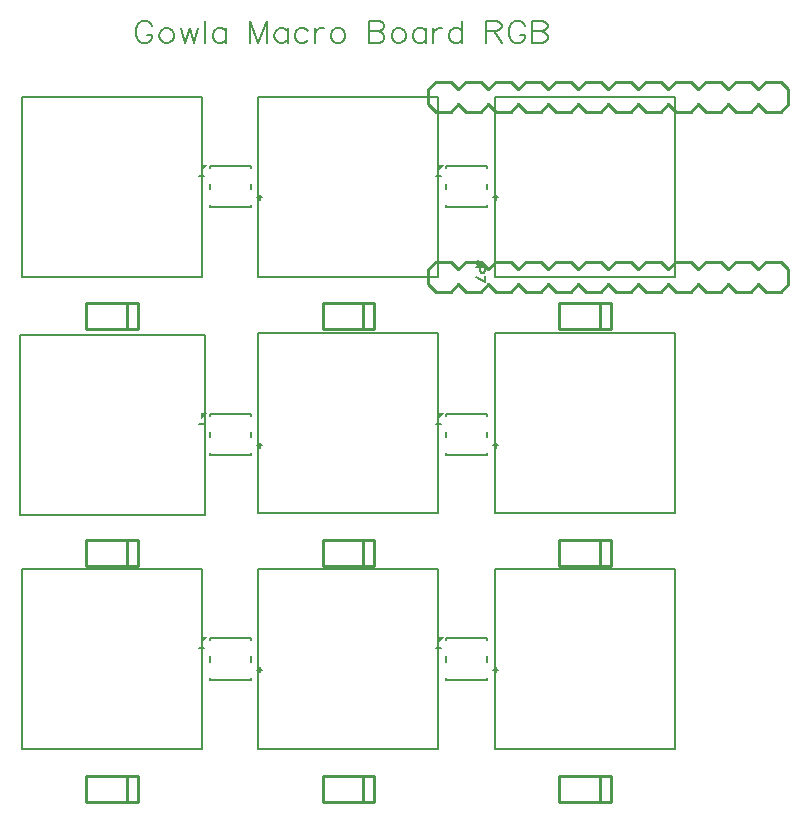
<source format=gto>
G04 Layer: TopSilkLayer*
G04 EasyEDA v6.3.53, 2020-07-05T02:03:50+01:00*
G04 82ae3a4b42a8425995a6aefca007ea94,831979d3ac2e4a1db92824a7b243be6d,10*
G04 Gerber Generator version 0.2*
G04 Scale: 100 percent, Rotated: No, Reflected: No *
G04 Dimensions in millimeters *
G04 leading zeros omitted , absolute positions ,3 integer and 3 decimal *
%FSLAX33Y33*%
%MOMM*%
G90*
G71D02*

%ADD10C,0.254000*%
%ADD11C,0.203200*%
%ADD18C,0.127000*%
%ADD19C,0.152400*%

%LPD*%
G54D18*
G01X52380Y67619D02*
G01X67620Y67619D01*
G01X67620Y52379D01*
G01X52380Y52379D01*
G01X52380Y67619D01*
G01X12189Y47408D02*
G01X27810Y47408D01*
G01X27810Y32168D01*
G01X12189Y32168D01*
G01X12189Y47408D01*
G01X52380Y27619D02*
G01X67620Y27619D01*
G01X67620Y12379D01*
G01X52380Y12379D01*
G01X52380Y27619D01*
G01X32379Y27619D02*
G01X47619Y27619D01*
G01X47619Y12379D01*
G01X32379Y12379D01*
G01X32379Y27619D01*
G01X12380Y27619D02*
G01X27620Y27619D01*
G01X27620Y12379D01*
G01X12380Y12379D01*
G01X12380Y27619D01*
G01X52380Y47619D02*
G01X67620Y47619D01*
G01X67620Y32379D01*
G01X52380Y32379D01*
G01X52380Y47619D01*
G01X32379Y47619D02*
G01X47619Y47619D01*
G01X47619Y32379D01*
G01X32379Y32379D01*
G01X32379Y47619D01*
G01X32379Y67619D02*
G01X47619Y67619D01*
G01X47619Y52379D01*
G01X32379Y52379D01*
G01X32379Y67619D01*
G01X12380Y67619D02*
G01X27620Y67619D01*
G01X27620Y52379D01*
G01X12380Y52379D01*
G01X12380Y67619D01*
G54D10*
G01X42199Y47899D02*
G01X37799Y47899D01*
G01X42199Y50100D02*
G01X37799Y50100D01*
G01X42199Y47899D02*
G01X42199Y50100D01*
G01X37799Y47899D02*
G01X37799Y50100D01*
G01X41260Y47899D02*
G01X41260Y50100D01*
G01X62199Y47899D02*
G01X57799Y47899D01*
G01X62199Y50100D02*
G01X57799Y50100D01*
G01X62199Y47899D02*
G01X62199Y50100D01*
G01X57799Y47899D02*
G01X57799Y50100D01*
G01X61260Y47899D02*
G01X61260Y50100D01*
G01X22199Y27899D02*
G01X17799Y27899D01*
G01X22199Y30099D02*
G01X17799Y30099D01*
G01X22199Y27899D02*
G01X22199Y30099D01*
G01X17799Y27899D02*
G01X17799Y30099D01*
G01X21260Y27899D02*
G01X21260Y30099D01*
G01X42199Y27899D02*
G01X37799Y27899D01*
G01X42199Y30099D02*
G01X37799Y30099D01*
G01X42199Y27899D02*
G01X42199Y30099D01*
G01X37799Y27899D02*
G01X37799Y30099D01*
G01X41260Y27899D02*
G01X41260Y30099D01*
G01X62199Y27899D02*
G01X57799Y27899D01*
G01X62199Y30099D02*
G01X57799Y30099D01*
G01X62199Y27899D02*
G01X62199Y30099D01*
G01X57799Y27899D02*
G01X57799Y30099D01*
G01X61260Y27899D02*
G01X61260Y30099D01*
G01X22199Y7899D02*
G01X17799Y7899D01*
G01X22199Y10100D02*
G01X17799Y10100D01*
G01X22199Y7899D02*
G01X22199Y10100D01*
G01X17799Y7899D02*
G01X17799Y10100D01*
G01X21260Y7899D02*
G01X21260Y10100D01*
G01X42199Y7899D02*
G01X37799Y7899D01*
G01X42199Y10100D02*
G01X37799Y10100D01*
G01X42199Y7899D02*
G01X42199Y10100D01*
G01X37799Y7899D02*
G01X37799Y10100D01*
G01X41260Y7899D02*
G01X41260Y10100D01*
G01X62199Y7899D02*
G01X57799Y7899D01*
G01X62199Y10100D02*
G01X57799Y10100D01*
G01X62199Y7899D02*
G01X62199Y10100D01*
G01X57799Y7899D02*
G01X57799Y10100D01*
G01X61260Y7899D02*
G01X61260Y10100D01*
G01X22199Y47899D02*
G01X17799Y47899D01*
G01X22199Y50100D02*
G01X17799Y50100D01*
G01X22199Y47899D02*
G01X22199Y50100D01*
G01X17799Y47899D02*
G01X17799Y50100D01*
G01X21260Y47899D02*
G01X21260Y50100D01*
G54D19*
G01X51750Y40749D02*
G01X48250Y40749D01*
G01X51750Y37249D02*
G01X48250Y37249D01*
G01X51750Y37249D02*
G01X51750Y37419D01*
G01X51750Y38780D02*
G01X51750Y39219D01*
G01X51750Y40580D02*
G01X51750Y40749D01*
G01X48250Y37249D02*
G01X48250Y37419D01*
G01X48250Y38780D02*
G01X48250Y39219D01*
G01X48250Y40580D02*
G01X48250Y40749D01*
G01X52699Y38099D02*
G01X52275Y38099D01*
G01X52499Y38299D02*
G01X52499Y37874D01*
G01X47800Y39899D02*
G01X47375Y39899D01*
G01X31750Y40749D02*
G01X28250Y40749D01*
G01X31750Y37249D02*
G01X28250Y37249D01*
G01X31750Y37249D02*
G01X31750Y37419D01*
G01X31750Y38780D02*
G01X31750Y39219D01*
G01X31750Y40580D02*
G01X31750Y40749D01*
G01X28250Y37249D02*
G01X28250Y37419D01*
G01X28250Y38780D02*
G01X28250Y39219D01*
G01X28250Y40580D02*
G01X28250Y40749D01*
G01X32699Y38099D02*
G01X32274Y38099D01*
G01X32499Y38299D02*
G01X32499Y37874D01*
G01X27799Y39899D02*
G01X27375Y39899D01*
G01X31750Y21749D02*
G01X28250Y21749D01*
G01X31750Y18250D02*
G01X28250Y18250D01*
G01X31750Y18250D02*
G01X31750Y18419D01*
G01X31750Y19780D02*
G01X31750Y20219D01*
G01X31750Y21580D02*
G01X31750Y21749D01*
G01X28250Y18250D02*
G01X28250Y18419D01*
G01X28250Y19780D02*
G01X28250Y20219D01*
G01X28250Y21580D02*
G01X28250Y21749D01*
G01X32699Y19099D02*
G01X32274Y19099D01*
G01X32499Y19299D02*
G01X32499Y18874D01*
G01X27799Y20899D02*
G01X27375Y20899D01*
G01X51750Y61749D02*
G01X48250Y61749D01*
G01X51750Y58249D02*
G01X48250Y58249D01*
G01X51750Y58249D02*
G01X51750Y58419D01*
G01X51750Y59780D02*
G01X51750Y60219D01*
G01X51750Y61580D02*
G01X51750Y61749D01*
G01X48250Y58249D02*
G01X48250Y58419D01*
G01X48250Y59780D02*
G01X48250Y60219D01*
G01X48250Y61580D02*
G01X48250Y61749D01*
G01X52699Y59099D02*
G01X52275Y59099D01*
G01X52499Y59299D02*
G01X52499Y58874D01*
G01X47800Y60899D02*
G01X47375Y60899D01*
G01X51750Y21749D02*
G01X48250Y21749D01*
G01X51750Y18250D02*
G01X48250Y18250D01*
G01X51750Y18250D02*
G01X51750Y18419D01*
G01X51750Y19780D02*
G01X51750Y20219D01*
G01X51750Y21580D02*
G01X51750Y21749D01*
G01X48250Y18250D02*
G01X48250Y18419D01*
G01X48250Y19780D02*
G01X48250Y20219D01*
G01X48250Y21580D02*
G01X48250Y21749D01*
G01X52699Y19099D02*
G01X52275Y19099D01*
G01X52499Y19299D02*
G01X52499Y18874D01*
G01X47800Y20899D02*
G01X47375Y20899D01*
G01X31750Y61749D02*
G01X28250Y61749D01*
G01X31750Y58249D02*
G01X28250Y58249D01*
G01X31750Y58249D02*
G01X31750Y58419D01*
G01X31750Y59780D02*
G01X31750Y60219D01*
G01X31750Y61580D02*
G01X31750Y61749D01*
G01X28250Y58249D02*
G01X28250Y58419D01*
G01X28250Y59780D02*
G01X28250Y60219D01*
G01X28250Y61580D02*
G01X28250Y61749D01*
G01X32699Y59099D02*
G01X32274Y59099D01*
G01X32499Y59299D02*
G01X32499Y58874D01*
G01X27799Y60899D02*
G01X27375Y60899D01*
G54D10*
G01X52475Y51109D02*
G01X51840Y51744D01*
G01X51205Y51109D01*
G01X49935Y51109D01*
G01X49300Y51744D01*
G01X48665Y51109D01*
G01X47395Y51109D01*
G01X46760Y51744D01*
G01X46760Y53014D01*
G01X47395Y53649D01*
G01X48665Y53649D01*
G01X49300Y53014D01*
G01X49935Y53649D01*
G01X51205Y53649D01*
G01X51840Y53014D01*
G01X52475Y53649D01*
G01X53745Y53649D01*
G01X54380Y53014D01*
G01X55015Y53649D01*
G01X56285Y53649D01*
G01X56920Y53014D01*
G01X57555Y53649D01*
G01X58825Y53649D01*
G01X59460Y53014D01*
G01X60095Y53649D01*
G01X61365Y53649D01*
G01X62000Y53014D01*
G01X62635Y53649D01*
G01X63905Y53649D01*
G01X64540Y53014D01*
G01X65175Y53649D01*
G01X66445Y53649D01*
G01X67080Y53014D01*
G01X67715Y53649D01*
G01X68985Y53649D01*
G01X69620Y53014D01*
G01X70255Y53649D01*
G01X71525Y53649D01*
G01X72160Y53014D01*
G01X72795Y53649D01*
G01X74065Y53649D01*
G01X74700Y53014D01*
G01X75335Y53649D01*
G01X76605Y53649D01*
G01X77240Y53014D01*
G01X77240Y51744D01*
G01X76605Y51109D01*
G01X75335Y51109D01*
G01X74700Y51744D01*
G01X74065Y51109D01*
G01X72795Y51109D01*
G01X72160Y51744D01*
G01X71525Y51109D01*
G01X70255Y51109D01*
G01X69620Y51744D01*
G01X68985Y51109D01*
G01X67715Y51109D01*
G01X67080Y51744D01*
G01X66445Y51109D01*
G01X65175Y51109D01*
G01X64540Y51744D01*
G01X63905Y51109D01*
G01X62635Y51109D01*
G01X62000Y51744D01*
G01X61365Y51109D01*
G01X60095Y51109D01*
G01X59460Y51744D01*
G01X58825Y51109D01*
G01X57555Y51109D01*
G01X56920Y51744D01*
G01X56285Y51109D01*
G01X55015Y51109D01*
G01X54380Y51744D01*
G01X53745Y51109D01*
G01X52475Y51109D01*
G01X71525Y68889D02*
G01X72160Y68254D01*
G01X72795Y68889D01*
G01X74065Y68889D01*
G01X74700Y68254D01*
G01X75335Y68889D01*
G01X76605Y68889D01*
G01X77240Y68254D01*
G01X77240Y66984D01*
G01X76605Y66349D01*
G01X75335Y66349D01*
G01X74700Y66984D01*
G01X74065Y66349D01*
G01X72795Y66349D01*
G01X72160Y66984D01*
G01X71525Y66349D01*
G01X70255Y66349D01*
G01X69620Y66984D01*
G01X68985Y66349D01*
G01X67715Y66349D01*
G01X67080Y66984D01*
G01X66445Y66349D01*
G01X65175Y66349D01*
G01X64540Y66984D01*
G01X63905Y66349D01*
G01X62635Y66349D01*
G01X62000Y66984D01*
G01X61365Y66349D01*
G01X60095Y66349D01*
G01X59460Y66984D01*
G01X58825Y66349D01*
G01X57555Y66349D01*
G01X56920Y66984D01*
G01X56285Y66349D01*
G01X55015Y66349D01*
G01X54380Y66984D01*
G01X53745Y66349D01*
G01X52475Y66349D01*
G01X51840Y66984D01*
G01X51205Y66349D01*
G01X49935Y66349D01*
G01X49300Y66984D01*
G01X48665Y66349D01*
G01X47395Y66349D01*
G01X46760Y66984D01*
G01X46760Y68254D01*
G01X47395Y68889D01*
G01X48665Y68889D01*
G01X49300Y68254D01*
G01X49935Y68889D01*
G01X51205Y68889D01*
G01X51840Y68254D01*
G01X52475Y68889D01*
G01X53745Y68889D01*
G01X54380Y68254D01*
G01X55015Y68889D01*
G01X56285Y68889D01*
G01X56920Y68254D01*
G01X57555Y68889D01*
G01X58825Y68889D01*
G01X59460Y68254D01*
G01X60095Y68889D01*
G01X61365Y68889D01*
G01X62000Y68254D01*
G01X62635Y68889D01*
G01X63905Y68889D01*
G01X64540Y68254D01*
G01X65175Y68889D01*
G01X66445Y68889D01*
G01X67080Y68254D01*
G01X67715Y68889D01*
G01X68985Y68889D01*
G01X69620Y68254D01*
G01X70255Y68889D01*
G01X71525Y68889D01*
G54D11*
G01X23386Y73588D02*
G01X23292Y73774D01*
G01X23109Y73957D01*
G01X22924Y74051D01*
G01X22553Y74051D01*
G01X22370Y73957D01*
G01X22184Y73774D01*
G01X22093Y73588D01*
G01X21999Y73311D01*
G01X21999Y72849D01*
G01X22093Y72572D01*
G01X22184Y72387D01*
G01X22370Y72201D01*
G01X22553Y72110D01*
G01X22924Y72110D01*
G01X23109Y72201D01*
G01X23292Y72387D01*
G01X23386Y72572D01*
G01X23386Y72849D01*
G01X22924Y72849D02*
G01X23386Y72849D01*
G01X24455Y73403D02*
G01X24272Y73311D01*
G01X24087Y73126D01*
G01X23995Y72849D01*
G01X23995Y72664D01*
G01X24087Y72387D01*
G01X24272Y72201D01*
G01X24455Y72110D01*
G01X24735Y72110D01*
G01X24917Y72201D01*
G01X25103Y72387D01*
G01X25194Y72664D01*
G01X25194Y72849D01*
G01X25103Y73126D01*
G01X24917Y73311D01*
G01X24735Y73403D01*
G01X24455Y73403D01*
G01X25804Y73403D02*
G01X26175Y72110D01*
G01X26543Y73403D02*
G01X26175Y72110D01*
G01X26543Y73403D02*
G01X26914Y72110D01*
G01X27282Y73403D02*
G01X26914Y72110D01*
G01X27892Y74051D02*
G01X27892Y72110D01*
G01X29611Y73403D02*
G01X29611Y72110D01*
G01X29611Y73126D02*
G01X29426Y73311D01*
G01X29241Y73403D01*
G01X28964Y73403D01*
G01X28778Y73311D01*
G01X28595Y73126D01*
G01X28501Y72849D01*
G01X28501Y72664D01*
G01X28595Y72387D01*
G01X28778Y72201D01*
G01X28964Y72110D01*
G01X29241Y72110D01*
G01X29426Y72201D01*
G01X29611Y72387D01*
G01X31643Y74051D02*
G01X31643Y72110D01*
G01X31643Y74051D02*
G01X32380Y72110D01*
G01X33119Y74051D02*
G01X32380Y72110D01*
G01X33119Y74051D02*
G01X33119Y72110D01*
G01X34839Y73403D02*
G01X34839Y72110D01*
G01X34839Y73126D02*
G01X34653Y73311D01*
G01X34468Y73403D01*
G01X34191Y73403D01*
G01X34006Y73311D01*
G01X33823Y73126D01*
G01X33729Y72849D01*
G01X33729Y72664D01*
G01X33823Y72387D01*
G01X34006Y72201D01*
G01X34191Y72110D01*
G01X34468Y72110D01*
G01X34653Y72201D01*
G01X34839Y72387D01*
G01X36556Y73126D02*
G01X36370Y73311D01*
G01X36187Y73403D01*
G01X35911Y73403D01*
G01X35725Y73311D01*
G01X35540Y73126D01*
G01X35448Y72849D01*
G01X35448Y72664D01*
G01X35540Y72387D01*
G01X35725Y72201D01*
G01X35911Y72110D01*
G01X36187Y72110D01*
G01X36370Y72201D01*
G01X36556Y72387D01*
G01X37165Y73403D02*
G01X37165Y72110D01*
G01X37165Y72849D02*
G01X37257Y73126D01*
G01X37442Y73311D01*
G01X37628Y73403D01*
G01X37904Y73403D01*
G01X38976Y73403D02*
G01X38791Y73311D01*
G01X38606Y73126D01*
G01X38514Y72849D01*
G01X38514Y72664D01*
G01X38606Y72387D01*
G01X38791Y72201D01*
G01X38976Y72110D01*
G01X39253Y72110D01*
G01X39439Y72201D01*
G01X39622Y72387D01*
G01X39715Y72664D01*
G01X39715Y72849D01*
G01X39622Y73126D01*
G01X39439Y73311D01*
G01X39253Y73403D01*
G01X38976Y73403D01*
G01X41747Y74051D02*
G01X41747Y72110D01*
G01X41747Y74051D02*
G01X42578Y74051D01*
G01X42855Y73957D01*
G01X42946Y73865D01*
G01X43040Y73680D01*
G01X43040Y73497D01*
G01X42946Y73311D01*
G01X42855Y73217D01*
G01X42578Y73126D01*
G01X41747Y73126D02*
G01X42578Y73126D01*
G01X42855Y73035D01*
G01X42946Y72941D01*
G01X43040Y72758D01*
G01X43040Y72481D01*
G01X42946Y72295D01*
G01X42855Y72201D01*
G01X42578Y72110D01*
G01X41747Y72110D01*
G01X44112Y73403D02*
G01X43927Y73311D01*
G01X43741Y73126D01*
G01X43650Y72849D01*
G01X43650Y72664D01*
G01X43741Y72387D01*
G01X43927Y72201D01*
G01X44112Y72110D01*
G01X44389Y72110D01*
G01X44572Y72201D01*
G01X44757Y72387D01*
G01X44851Y72664D01*
G01X44851Y72849D01*
G01X44757Y73126D01*
G01X44572Y73311D01*
G01X44389Y73403D01*
G01X44112Y73403D01*
G01X46568Y73403D02*
G01X46568Y72110D01*
G01X46568Y73126D02*
G01X46383Y73311D01*
G01X46198Y73403D01*
G01X45921Y73403D01*
G01X45738Y73311D01*
G01X45552Y73126D01*
G01X45461Y72849D01*
G01X45461Y72664D01*
G01X45552Y72387D01*
G01X45738Y72201D01*
G01X45921Y72110D01*
G01X46198Y72110D01*
G01X46383Y72201D01*
G01X46568Y72387D01*
G01X47178Y73403D02*
G01X47178Y72110D01*
G01X47178Y72849D02*
G01X47269Y73126D01*
G01X47455Y73311D01*
G01X47640Y73403D01*
G01X47917Y73403D01*
G01X49634Y74051D02*
G01X49634Y72110D01*
G01X49634Y73126D02*
G01X49449Y73311D01*
G01X49266Y73403D01*
G01X48989Y73403D01*
G01X48804Y73311D01*
G01X48618Y73126D01*
G01X48527Y72849D01*
G01X48527Y72664D01*
G01X48618Y72387D01*
G01X48804Y72201D01*
G01X48989Y72110D01*
G01X49266Y72110D01*
G01X49449Y72201D01*
G01X49634Y72387D01*
G01X51666Y74051D02*
G01X51666Y72110D01*
G01X51666Y74051D02*
G01X52497Y74051D01*
G01X52776Y73957D01*
G01X52868Y73865D01*
G01X52959Y73680D01*
G01X52959Y73497D01*
G01X52868Y73311D01*
G01X52776Y73217D01*
G01X52497Y73126D01*
G01X51666Y73126D01*
G01X52314Y73126D02*
G01X52959Y72110D01*
G01X54955Y73588D02*
G01X54862Y73774D01*
G01X54679Y73957D01*
G01X54493Y74051D01*
G01X54122Y74051D01*
G01X53939Y73957D01*
G01X53754Y73774D01*
G01X53663Y73588D01*
G01X53569Y73311D01*
G01X53569Y72849D01*
G01X53663Y72572D01*
G01X53754Y72387D01*
G01X53939Y72201D01*
G01X54122Y72110D01*
G01X54493Y72110D01*
G01X54679Y72201D01*
G01X54862Y72387D01*
G01X54955Y72572D01*
G01X54955Y72849D01*
G01X54493Y72849D02*
G01X54955Y72849D01*
G01X55565Y74051D02*
G01X55565Y72110D01*
G01X55565Y74051D02*
G01X56396Y74051D01*
G01X56673Y73957D01*
G01X56764Y73865D01*
G01X56858Y73680D01*
G01X56858Y73497D01*
G01X56764Y73311D01*
G01X56673Y73217D01*
G01X56396Y73126D01*
G01X55565Y73126D02*
G01X56396Y73126D01*
G01X56673Y73035D01*
G01X56764Y72941D01*
G01X56858Y72758D01*
G01X56858Y72481D01*
G01X56764Y72295D01*
G01X56673Y72201D01*
G01X56396Y72110D01*
G01X55565Y72110D01*
G54D19*
G01X51545Y53380D02*
G01X50989Y53380D01*
G01X50887Y53413D01*
G01X50851Y53449D01*
G01X50816Y53517D01*
G01X50816Y53586D01*
G01X50851Y53657D01*
G01X50887Y53690D01*
G01X50989Y53726D01*
G01X51060Y53726D01*
G01X51545Y53152D02*
G01X50816Y53152D01*
G01X51545Y53152D02*
G01X51545Y52839D01*
G01X51509Y52735D01*
G01X51474Y52700D01*
G01X51405Y52667D01*
G01X51301Y52667D01*
G01X51232Y52700D01*
G01X51197Y52735D01*
G01X51164Y52839D01*
G01X51164Y53152D01*
G01X51545Y51953D02*
G01X50816Y52298D01*
G01X51545Y52438D02*
G01X51545Y51953D01*

%LPD*%
G36*
G01X48050Y40849D02*
G01X47550Y40849D01*
G01X47550Y40349D01*
G01X48050Y40849D01*
G37*

%LPD*%
G36*
G01X28050Y40849D02*
G01X27550Y40849D01*
G01X27550Y40349D01*
G01X28050Y40849D01*
G37*

%LPD*%
G36*
G01X28050Y21849D02*
G01X27550Y21849D01*
G01X27550Y21349D01*
G01X28050Y21849D01*
G37*

%LPD*%
G36*
G01X48050Y61849D02*
G01X47550Y61849D01*
G01X47550Y61349D01*
G01X48050Y61849D01*
G37*

%LPD*%
G36*
G01X48050Y21849D02*
G01X47550Y21849D01*
G01X47550Y21349D01*
G01X48050Y21849D01*
G37*

%LPD*%
G36*
G01X28050Y61849D02*
G01X27550Y61849D01*
G01X27550Y61349D01*
G01X28050Y61849D01*
G37*
M00*
M02*

</source>
